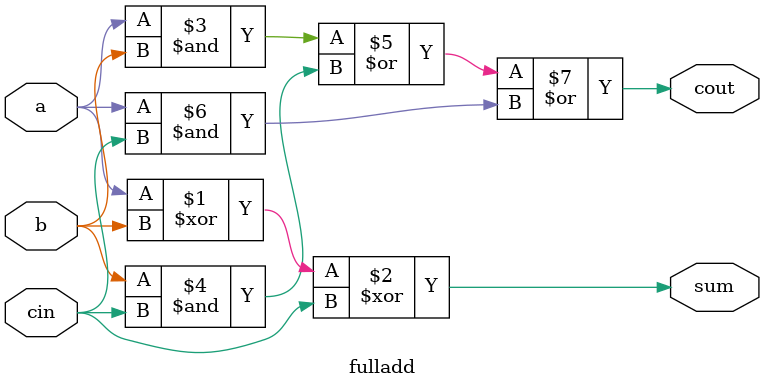
<source format=v>
module fulladd(a, b, cin, sum, cout);
input a;
input b;
input cin;
output sum;
output cout;
assign sum=(a^b^cin);
assign cout=((a&b)|(b&cin)|(a&cin));
endmodule

</source>
